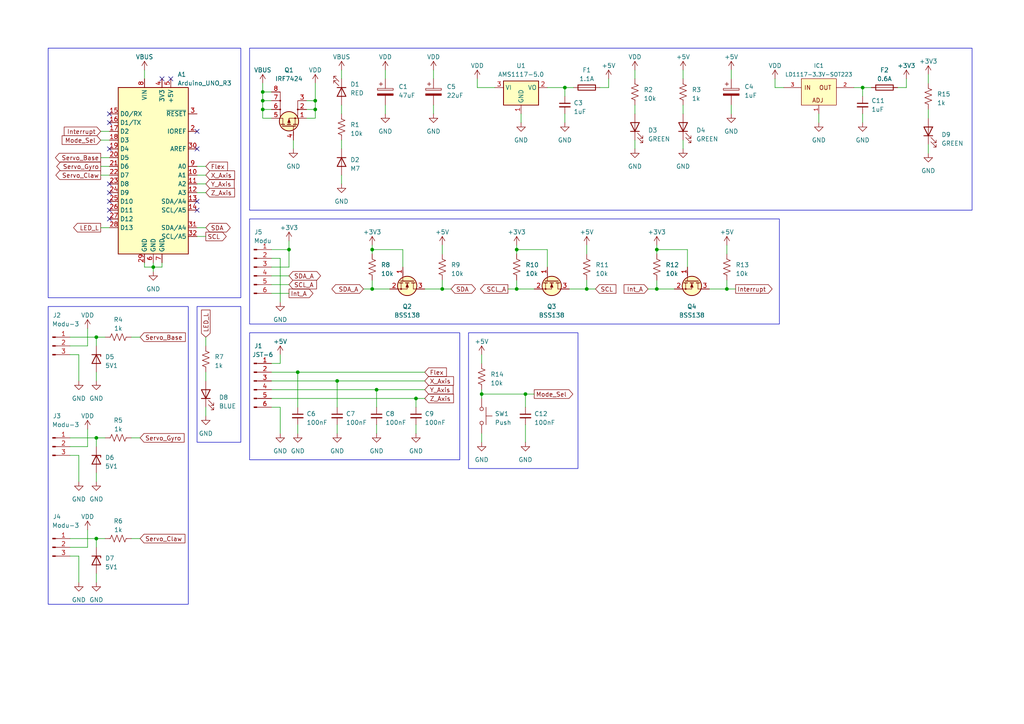
<source format=kicad_sch>
(kicad_sch (version 20230121) (generator eeschema)
  (paper "A4")
  (lib_symbols
    (symbol "Connector:Conn_01x03_Pin" (pin_names (offset 1.016) hide)
      (property "Reference" "J" (at 0 5.08 0))
      (property "Value" "Conn_01x03_Pin" (at 0 -5.08 0))
      (symbol "Conn_01x03_Pin_1_1"
        (polyline (pts (xy 1.27 -2.54) (xy 0.8636 -2.54)) (stroke (width 0.1524)))
        (polyline (pts (xy 1.27 0) (xy 0.8636 0)) (stroke (width 0.1524)))
        (polyline (pts (xy 1.27 2.54) (xy 0.8636 2.54)) (stroke (width 0.1524)))
        (rectangle (start 0.8636 -2.413) (end 0 -2.667) (stroke (width 0.1524)) (fill (type outline)))
        (rectangle (start 0.8636 0.127) (end 0 -0.127) (stroke (width 0.1524)) (fill (type outline)))
        (rectangle (start 0.8636 2.667) (end 0 2.413) (stroke (width 0.1524)) (fill (type outline)))
        (pin passive line (at 5.08 2.54 180) (length 3.81) (name "Pin_1") (number "1"))
        (pin passive line (at 5.08 0 180) (length 3.81) (name "Pin_2") (number "2"))
        (pin passive line (at 5.08 -2.54 180) (length 3.81) (name "Pin_3") (number "3"))
      )
    )
    (symbol "Connector:Conn_01x06_Pin" (pin_names (offset 1.016) hide)
      (property "Reference" "J" (at 0 7.62 0))
      (property "Value" "Conn_01x06_Pin" (at 0 -10.16 0))
      (symbol "Conn_01x06_Pin_1_1"
        (polyline (pts (xy 1.27 -7.62) (xy 0.8636 -7.62)) (stroke (width 0.1524)))
        (polyline (pts (xy 1.27 -5.08) (xy 0.8636 -5.08)) (stroke (width 0.1524)))
        (polyline (pts (xy 1.27 -2.54) (xy 0.8636 -2.54)) (stroke (width 0.1524)))
        (polyline (pts (xy 1.27 0) (xy 0.8636 0)) (stroke (width 0.1524)))
        (polyline (pts (xy 1.27 2.54) (xy 0.8636 2.54)) (stroke (width 0.1524)))
        (polyline (pts (xy 1.27 5.08) (xy 0.8636 5.08)) (stroke (width 0.1524)))
        (rectangle (start 0.8636 -7.493) (end 0 -7.747) (stroke (width 0.1524)) (fill (type outline)))
        (rectangle (start 0.8636 -4.953) (end 0 -5.207) (stroke (width 0.1524)) (fill (type outline)))
        (rectangle (start 0.8636 -2.413) (end 0 -2.667) (stroke (width 0.1524)) (fill (type outline)))
        (rectangle (start 0.8636 0.127) (end 0 -0.127) (stroke (width 0.1524)) (fill (type outline)))
        (rectangle (start 0.8636 2.667) (end 0 2.413) (stroke (width 0.1524)) (fill (type outline)))
        (rectangle (start 0.8636 5.207) (end 0 4.953) (stroke (width 0.1524)) (fill (type outline)))
        (pin passive line (at 5.08 5.08 180) (length 3.81) (name "Pin_1") (number "1"))
        (pin passive line (at 5.08 2.54 180) (length 3.81) (name "Pin_2") (number "2"))
        (pin passive line (at 5.08 0 180) (length 3.81) (name "Pin_3") (number "3"))
        (pin passive line (at 5.08 -2.54 180) (length 3.81) (name "Pin_4") (number "4"))
        (pin passive line (at 5.08 -5.08 180) (length 3.81) (name "Pin_5") (number "5"))
        (pin passive line (at 5.08 -7.62 180) (length 3.81) (name "Pin_6") (number "6"))
      )
    )
    (symbol "Device:C_Polarized" (pin_numbers hide) (pin_names (offset 0.254))
      (property "Reference" "C" (at 0.635 2.54 0))
      (property "Value" "C_Polarized" (at 0.635 -2.54 0))
      (symbol "C_Polarized_0_1"
        (rectangle (start -2.286 0.508) (end 2.286 1.016))
        (polyline (pts (xy -1.778 2.286) (xy -0.762 2.286)))
        (polyline (pts (xy -1.27 2.794) (xy -1.27 1.778)))
        (rectangle (start 2.286 -0.508) (end -2.286 -1.016) (fill (type outline)))
      )
      (symbol "C_Polarized_1_1"
        (pin passive line (at 0 3.81 270) (length 2.794) (name "~") (number "1"))
        (pin passive line (at 0 -3.81 90) (length 2.794) (name "~") (number "2"))
      )
    )
    (symbol "Device:C_Small" (pin_numbers hide) (pin_names (offset 0.254) hide)
      (property "Reference" "C" (at 0.254 1.778 0))
      (property "Value" "C_Small" (at 0.254 -2.032 0))
      (symbol "C_Small_0_1"
        (polyline (pts (xy -1.524 -0.508) (xy 1.524 -0.508)) (stroke (width 0.3302)))
        (polyline (pts (xy -1.524 0.508) (xy 1.524 0.508)) (stroke (width 0.3048)))
      )
      (symbol "C_Small_1_1"
        (pin passive line (at 0 2.54 270) (length 2.032) (name "~") (number "1"))
        (pin passive line (at 0 -2.54 90) (length 2.032) (name "~") (number "2"))
      )
    )
    (symbol "Device:D" (pin_numbers hide) (pin_names (offset 1.016) hide)
      (property "Reference" "D" (at 0 2.54 0))
      (property "Value" "D" (at 0 -2.54 0))
      (symbol "D_0_1"
        (polyline (pts (xy -1.27 1.27) (xy -1.27 -1.27)) (stroke (width 0.254)))
        (polyline (pts (xy 1.27 0) (xy -1.27 0)))
        (polyline (pts (xy 1.27 1.27) (xy 1.27 -1.27) (xy -1.27 0) (xy 1.27 1.27)) (stroke (width 0.254)))
      )
      (symbol "D_1_1"
        (pin passive line (at -3.81 0 0) (length 2.54) (name "K") (number "1"))
        (pin passive line (at 3.81 0 180) (length 2.54) (name "A") (number "2"))
      )
    )
    (symbol "Device:D_Zener" (pin_numbers hide) (pin_names (offset 1.016) hide)
      (property "Reference" "D" (at 0 2.54 0))
      (property "Value" "D_Zener" (at 0 -2.54 0))
      (symbol "D_Zener_0_1"
        (polyline (pts (xy 1.27 0) (xy -1.27 0)))
        (polyline (pts (xy -1.27 -1.27) (xy -1.27 1.27) (xy -0.762 1.27)) (stroke (width 0.254)))
        (polyline (pts (xy 1.27 -1.27) (xy 1.27 1.27) (xy -1.27 0) (xy 1.27 -1.27)) (stroke (width 0.254)))
      )
      (symbol "D_Zener_1_1"
        (pin passive line (at -3.81 0 0) (length 2.54) (name "K") (number "1"))
        (pin passive line (at 3.81 0 180) (length 2.54) (name "A") (number "2"))
      )
    )
    (symbol "Device:Fuse" (pin_numbers hide) (pin_names (offset 0))
      (property "Reference" "F" (at 2.032 0 90))
      (property "Value" "Fuse" (at -1.905 0 90))
      (symbol "Fuse_0_1"
        (rectangle (start -0.762 -2.54) (end 0.762 2.54) (stroke (width 0.254)))
        (polyline (pts (xy 0 2.54) (xy 0 -2.54)))
      )
      (symbol "Fuse_1_1"
        (pin passive line (at 0 3.81 270) (length 1.27) (name "~") (number "1"))
        (pin passive line (at 0 -3.81 90) (length 1.27) (name "~") (number "2"))
      )
    )
    (symbol "Device:LED" (pin_numbers hide) (pin_names (offset 1.016) hide)
      (property "Reference" "D" (at 0 2.54 0))
      (property "Value" "LED" (at 0 -2.54 0))
      (symbol "LED_0_1"
        (polyline (pts (xy -1.27 -1.27) (xy -1.27 1.27)) (stroke (width 0.254)))
        (polyline (pts (xy -1.27 0) (xy 1.27 0)))
        (polyline (pts (xy 1.27 -1.27) (xy 1.27 1.27) (xy -1.27 0) (xy 1.27 -1.27)) (stroke (width 0.254)))
        (polyline (pts (xy -3.048 -0.762) (xy -4.572 -2.286) (xy -3.81 -2.286) (xy -4.572 -2.286) (xy -4.572 -1.524)))
        (polyline (pts (xy -1.778 -0.762) (xy -3.302 -2.286) (xy -2.54 -2.286) (xy -3.302 -2.286) (xy -3.302 -1.524)))
      )
      (symbol "LED_1_1"
        (pin passive line (at -3.81 0 0) (length 2.54) (name "K") (number "1"))
        (pin passive line (at 3.81 0 180) (length 2.54) (name "A") (number "2"))
      )
    )
    (symbol "Device:R_US" (pin_numbers hide) (pin_names (offset 0))
      (property "Reference" "R" (at 2.54 0 90))
      (property "Value" "R_US" (at -2.54 0 90))
      (symbol "R_US_0_1"
        (polyline (pts (xy 0 -2.286) (xy 0 -2.54)))
        (polyline (pts (xy 0 2.286) (xy 0 2.54)))
        (polyline (pts (xy 0 -0.762) (xy 1.016 -1.143) (xy 0 -1.524) (xy -1.016 -1.905) (xy 0 -2.286)))
        (polyline (pts (xy 0 0.762) (xy 1.016 0.381) (xy 0 0) (xy -1.016 -0.381) (xy 0 -0.762)))
        (polyline (pts (xy 0 2.286) (xy 1.016 1.905) (xy 0 1.524) (xy -1.016 1.143) (xy 0 0.762)))
      )
      (symbol "R_US_1_1"
        (pin passive line (at 0 3.81 270) (length 1.27) (name "~") (number "1"))
        (pin passive line (at 0 -3.81 90) (length 1.27) (name "~") (number "2"))
      )
    )
    (symbol "MCU_Module:Arduino_UNO_R3"
      (property "Reference" "A" (at -10.16 23.495 0))
      (property "Value" "Arduino_UNO_R3" (at 5.08 -26.67 0))
      (symbol "Arduino_UNO_R3_0_1"
        (rectangle (start -10.16 22.86) (end 10.16 -25.4) (stroke (width 0.254)) (fill (type background)))
      )
      (symbol "Arduino_UNO_R3_1_1"
        (pin no_connect line (at -10.16 -20.32 0) (length 2.54) hide (name "NC") (number "1"))
        (pin bidirectional line (at 12.7 -2.54 180) (length 2.54) (name "A1") (number "10"))
        (pin bidirectional line (at 12.7 -5.08 180) (length 2.54) (name "A2") (number "11"))
        (pin bidirectional line (at 12.7 -7.62 180) (length 2.54) (name "A3") (number "12"))
        (pin bidirectional line (at 12.7 -10.16 180) (length 2.54) (name "SDA/A4") (number "13"))
        (pin bidirectional line (at 12.7 -12.7 180) (length 2.54) (name "SCL/A5") (number "14"))
        (pin bidirectional line (at -12.7 15.24 0) (length 2.54) (name "D0/RX") (number "15"))
        (pin bidirectional line (at -12.7 12.7 0) (length 2.54) (name "D1/TX") (number "16"))
        (pin bidirectional line (at -12.7 10.16 0) (length 2.54) (name "D2") (number "17"))
        (pin bidirectional line (at -12.7 7.62 0) (length 2.54) (name "D3") (number "18"))
        (pin bidirectional line (at -12.7 5.08 0) (length 2.54) (name "D4") (number "19"))
        (pin output line (at 12.7 10.16 180) (length 2.54) (name "IOREF") (number "2"))
        (pin bidirectional line (at -12.7 2.54 0) (length 2.54) (name "D5") (number "20"))
        (pin bidirectional line (at -12.7 0 0) (length 2.54) (name "D6") (number "21"))
        (pin bidirectional line (at -12.7 -2.54 0) (length 2.54) (name "D7") (number "22"))
        (pin bidirectional line (at -12.7 -5.08 0) (length 2.54) (name "D8") (number "23"))
        (pin bidirectional line (at -12.7 -7.62 0) (length 2.54) (name "D9") (number "24"))
        (pin bidirectional line (at -12.7 -10.16 0) (length 2.54) (name "D10") (number "25"))
        (pin bidirectional line (at -12.7 -12.7 0) (length 2.54) (name "D11") (number "26"))
        (pin bidirectional line (at -12.7 -15.24 0) (length 2.54) (name "D12") (number "27"))
        (pin bidirectional line (at -12.7 -17.78 0) (length 2.54) (name "D13") (number "28"))
        (pin power_in line (at -2.54 -27.94 90) (length 2.54) (name "GND") (number "29"))
        (pin input line (at 12.7 15.24 180) (length 2.54) (name "~{RESET}") (number "3"))
        (pin input line (at 12.7 5.08 180) (length 2.54) (name "AREF") (number "30"))
        (pin bidirectional line (at 12.7 -17.78 180) (length 2.54) (name "SDA/A4") (number "31"))
        (pin bidirectional line (at 12.7 -20.32 180) (length 2.54) (name "SCL/A5") (number "32"))
        (pin power_out line (at 2.54 25.4 270) (length 2.54) (name "3V3") (number "4"))
        (pin power_out line (at 5.08 25.4 270) (length 2.54) (name "+5V") (number "5"))
        (pin power_in line (at 0 -27.94 90) (length 2.54) (name "GND") (number "6"))
        (pin power_in line (at 2.54 -27.94 90) (length 2.54) (name "GND") (number "7"))
        (pin power_in line (at -2.54 25.4 270) (length 2.54) (name "VIN") (number "8"))
        (pin bidirectional line (at 12.7 0 180) (length 2.54) (name "A0") (number "9"))
      )
    )
    (symbol "PCM_4ms_Power-symbol:+5V" (power) (pin_names (offset 0))
      (property "Value" "+5V" (at 0 3.556 0))
      (symbol "+5V_0_1"
        (polyline (pts (xy -0.762 1.27) (xy 0 2.54)))
        (polyline (pts (xy 0 0) (xy 0 2.54)))
        (polyline (pts (xy 0 2.54) (xy 0.762 1.27)))
      )
      (symbol "+5V_1_1"
        (pin power_in line (at 0 0 90) (length 0) hide (name "+5V") (number "1"))
      )
    )
    (symbol "PCM_4ms_Power-symbol:GND" (power) (pin_names (offset 0))
      (property "Value" "GND" (at 0 -3.81 0))
      (symbol "GND_0_1"
        (polyline (pts (xy 0 0) (xy 0 -1.27) (xy 1.27 -1.27) (xy 0 -2.54) (xy -1.27 -1.27) (xy 0 -1.27)))
      )
      (symbol "GND_1_1"
        (pin power_in line (at 0 0 270) (length 0) hide (name "GND") (number "1"))
      )
    )
    (symbol "PCM_4ms_Regulator:LD1117-3.3V-SOT223" (pin_names (offset 1.016) hide)
      (property "Reference" "IC" (at 2.54 -6.35 0))
      (property "Value" "LD1117-3.3V-SOT223" (at -4.445 4.445 0))
      (symbol "LD1117-3.3V-SOT223_1_0"
        (rectangle (start -5.08 3.81) (end 5.08 -3.81) (fill (type background)))
        (text "ADJ" (at -0.2794 -2.4384 0) (effects (font (size 1.2192 1.2192))))
        (text "IN" (at -3.2766 1.2446 0) (effects (font (size 1.2192 1.2192))))
        (text "OUT" (at 1.8796 1.2446 0) (effects (font (size 1.2192 1.2192))))
      )
      (symbol "LD1117-3.3V-SOT223_1_1"
        (pin input line (at 0 -6.35 90) (length 2.54) (name "ADJ") (number "1"))
        (pin passive line (at 10.16 1.27 180) (length 5.08) (name "OUT") (number "2"))
        (pin input line (at -10.16 1.27 0) (length 5.08) (name "IN") (number "3"))
      )
    )
    (symbol "PCM_Transistor_MOSFET_AKL:BSS138" (pin_names hide)
      (property "Reference" "Q" (at 5.08 1.27 0))
      (property "Value" "BSS138" (at 5.08 -1.27 0))
      (symbol "BSS138_0_1"
        (polyline (pts (xy 0.254 -1.27) (xy -2.54 -1.27)))
        (polyline (pts (xy 0.254 1.905) (xy 0.254 -1.905)) (stroke (width 0.254)))
        (polyline (pts (xy 0.762 -1.778) (xy 2.54 -1.778)))
        (polyline (pts (xy 0.762 -1.27) (xy 0.762 -2.286)) (stroke (width 0.254)))
        (polyline (pts (xy 0.762 0.508) (xy 0.762 -0.508)) (stroke (width 0.254)))
        (polyline (pts (xy 0.762 2.286) (xy 0.762 1.27)) (stroke (width 0.254)))
        (polyline (pts (xy 2.54 1.778) (xy 0.762 1.778)))
        (polyline (pts (xy 2.54 2.54) (xy 2.54 1.778)))
        (polyline (pts (xy 2.54 -2.54) (xy 2.54 0) (xy 0.762 0)))
        (polyline (pts (xy 1.016 0) (xy 2.032 0.381) (xy 2.032 -0.381) (xy 1.016 0)) (fill (type outline)))
        (circle (center 1.651 0) (radius 2.794) (stroke (width 0.254)) (fill (type background)))
        (circle (center 2.54 -1.778) (radius 0.1778) (fill (type outline)))
      )
      (symbol "BSS138_1_1"
        (pin input line (at -3.81 -1.27 0) (length 2.54) (name "G") (number "1"))
        (pin passive line (at 2.54 -5.08 90) (length 2.54) (name "S") (number "2"))
        (pin passive line (at 2.54 5.08 270) (length 2.54) (name "D") (number "3"))
      )
    )
    (symbol "PCM_Transistor_MOSFET_AKL:IRF7424" (pin_names hide)
      (property "Reference" "Q" (at 5.08 1.27 0))
      (property "Value" "IRF7424" (at 5.08 -1.27 0))
      (symbol "IRF7424_0_1"
        (polyline (pts (xy 0.254 -1.905) (xy 0.254 1.905)) (stroke (width 0.254)))
        (polyline (pts (xy 0.254 1.27) (xy -2.54 1.27)))
        (polyline (pts (xy 0.762 -2.286) (xy 0.762 -1.27)) (stroke (width 0.254)))
        (polyline (pts (xy 0.762 -1.778) (xy 2.54 -1.778)))
        (polyline (pts (xy 0.762 -0.508) (xy 0.762 0.508)) (stroke (width 0.254)))
        (polyline (pts (xy 0.762 1.27) (xy 0.762 2.286)) (stroke (width 0.254)))
        (polyline (pts (xy 0.762 1.778) (xy 2.54 1.778)))
        (polyline (pts (xy 2.54 -2.54) (xy 2.54 -1.778)))
        (polyline (pts (xy 2.54 2.54) (xy 7.62 2.54)))
        (polyline (pts (xy 7.62 -2.54) (xy 2.54 -2.54)))
        (polyline (pts (xy 7.62 -2.54) (xy 10.16 -2.54)))
        (polyline (pts (xy 2.54 2.54) (xy 2.54 0) (xy 0.762 0)))
        (polyline (pts (xy 2.286 0) (xy 1.27 -0.381) (xy 1.27 0.381) (xy 2.286 0)) (fill (type outline)))
        (circle (center 5.08 -2.54) (radius 0.1778) (fill (type outline)))
        (circle (center 5.08 2.54) (radius 0.1778) (fill (type outline)))
        (circle (center 7.62 -2.54) (radius 0.1778) (fill (type outline)))
      )
      (symbol "IRF7424_1_1"
        (circle (center 1.651 0) (radius 2.794) (stroke (width 0.254)) (fill (type background)))
        (circle (center 2.54 1.778) (radius 0.1778) (fill (type outline)))
        (pin passive line (at 2.54 5.08 270) (length 2.54) (name "S") (number "1"))
        (pin passive line (at 5.08 5.08 270) (length 2.54) (name "S") (number "2"))
        (pin passive line (at 7.62 5.08 270) (length 2.54) (name "S") (number "3"))
        (pin input line (at -3.81 1.27 0) (length 2.54) (name "G") (number "4"))
        (pin passive line (at 2.54 -5.08 90) (length 2.54) (name "D") (number "5"))
        (pin passive line (at 5.08 -5.08 90) (length 2.54) (name "D") (number "6"))
        (pin passive line (at 7.62 -5.08 90) (length 2.54) (name "D") (number "7"))
        (pin passive line (at 10.16 -5.08 90) (length 2.54) (name "D") (number "8"))
      )
    )
    (symbol "Regulator_Linear:AMS1117-5.0"
      (property "Reference" "U" (at -3.81 3.175 0))
      (property "Value" "AMS1117-5.0" (at 0 3.175 0))
      (symbol "AMS1117-5.0_0_1"
        (rectangle (start -5.08 -5.08) (end 5.08 1.905) (stroke (width 0.254)) (fill (type background)))
      )
      (symbol "AMS1117-5.0_1_1"
        (pin power_in line (at 0 -7.62 90) (length 2.54) (name "GND") (number "1"))
        (pin power_out line (at 7.62 0 180) (length 2.54) (name "VO") (number "2"))
        (pin power_in line (at -7.62 0 0) (length 2.54) (name "VI") (number "3"))
      )
    )
    (symbol "Switch:SW_Push" (pin_numbers hide) (pin_names (offset 1.016) hide)
      (property "Reference" "SW" (at 1.27 2.54 0))
      (property "Value" "SW_Push" (at 0 -1.524 0))
      (symbol "SW_Push_0_1"
        (circle (center -2.032 0) (radius 0.508))
        (polyline (pts (xy 0 1.27) (xy 0 3.048)))
        (polyline (pts (xy 2.54 1.27) (xy -2.54 1.27)))
        (circle (center 2.032 0) (radius 0.508))
        (pin passive line (at -5.08 0 0) (length 2.54) (name "1") (number "1"))
        (pin passive line (at 5.08 0 180) (length 2.54) (name "2") (number "2"))
      )
    )
    (symbol "power:+3V3" (power) (pin_names (offset 0))
      (property "Value" "+3V3" (at 0 3.556 0))
      (symbol "+3V3_0_1"
        (polyline (pts (xy -0.762 1.27) (xy 0 2.54)))
        (polyline (pts (xy 0 0) (xy 0 2.54)))
        (polyline (pts (xy 0 2.54) (xy 0.762 1.27)))
      )
      (symbol "+3V3_1_1"
        (pin power_in line (at 0 0 90) (length 0) hide (name "+3V3") (number "1"))
      )
    )
    (symbol "power:GND" (power) (pin_names (offset 0))
      (property "Value" "GND" (at 0 -3.81 0))
      (symbol "GND_0_1"
        (polyline (pts (xy 0 0) (xy 0 -1.27) (xy 1.27 -1.27) (xy 0 -2.54) (xy -1.27 -1.27) (xy 0 -1.27)))
      )
      (symbol "GND_1_1"
        (pin power_in line (at 0 0 270) (length 0) hide (name "GND") (number "1"))
      )
    )
    (symbol "power:VBUS" (power) (pin_names (offset 0))
      (property "Value" "VBUS" (at 0 3.81 0))
      (symbol "VBUS_0_1"
        (polyline (pts (xy -0.762 1.27) (xy 0 2.54)))
        (polyline (pts (xy 0 0) (xy 0 2.54)))
        (polyline (pts (xy 0 2.54) (xy 0.762 1.27)))
      )
      (symbol "VBUS_1_1"
        (pin power_in line (at 0 0 90) (length 0) hide (name "VBUS") (number "1"))
      )
    )
    (symbol "power:VDD" (power) (pin_names (offset 0))
      (property "Value" "VDD" (at 0 3.81 0))
      (symbol "VDD_0_1"
        (polyline (pts (xy -0.762 1.27) (xy 0 2.54)))
        (polyline (pts (xy 0 0) (xy 0 2.54)))
        (polyline (pts (xy 0 2.54) (xy 0.762 1.27)))
      )
      (symbol "VDD_1_1"
        (pin power_in line (at 0 0 90) (length 0) hide (name "VDD") (number "1"))
      )
    )
  )
  (junction (at 76.2 26.67))
  (junction (at 190.5 72.39))
  (junction (at 128.27 83.82))
  (junction (at 109.22 113.03))
  (junction (at 170.18 83.82))
  (junction (at 250.19 25.4))
  (junction (at 86.36 107.95))
  (junction (at 139.7 114.3))
  (junction (at 107.95 72.39))
  (junction (at 210.82 83.82))
  (junction (at 91.44 29.21))
  (junction (at 27.94 127))
  (junction (at 44.45 77.47))
  (junction (at 149.86 72.39))
  (junction (at 83.82 72.39))
  (junction (at 97.79 110.49))
  (junction (at 163.83 25.4))
  (junction (at 120.65 115.57))
  (junction (at 76.2 31.75))
  (junction (at 76.2 29.21))
  (junction (at 152.4 114.3))
  (junction (at 149.86 83.82))
  (junction (at 27.94 156.21))
  (junction (at 190.5 83.82))
  (junction (at 91.44 31.75))
  (junction (at 27.94 97.79))
  (junction (at 107.95 83.82))
  (no_connect (at 31.75 55.88))
  (no_connect (at 31.75 35.56))
  (no_connect (at 49.53 22.86))
  (no_connect (at 31.75 53.34))
  (no_connect (at 31.75 60.96))
  (no_connect (at 31.75 43.18))
  (no_connect (at 31.75 33.02))
  (no_connect (at 57.15 43.18))
  (no_connect (at 31.75 63.5))
  (no_connect (at 57.15 38.1))
  (no_connect (at 57.15 60.96))
  (no_connect (at 46.99 22.86))
  (no_connect (at 57.15 58.42))
  (no_connect (at 31.75 58.42))
  (wire (pts (xy 76.2 31.75) (xy 78.74 31.75)))
  (wire (pts (xy 20.32 102.87) (xy 22.86 102.87)))
  (wire (pts (xy 20.32 100.33) (xy 25.4 100.33)))
  (wire (pts (xy 59.69 118.11) (xy 59.69 120.65)))
  (wire (pts (xy 29.21 40.64) (xy 31.75 40.64)))
  (wire (pts (xy 57.15 55.88) (xy 59.69 55.88)))
  (wire (pts (xy 76.2 29.21) (xy 76.2 31.75)))
  (wire (pts (xy 210.82 71.12) (xy 210.82 73.66)))
  (wire (pts (xy 38.1 127) (xy 40.64 127)))
  (wire (pts (xy 224.79 25.4) (xy 227.33 25.4)))
  (wire (pts (xy 152.4 114.3) (xy 154.94 114.3)))
  (wire (pts (xy 128.27 71.12) (xy 128.27 73.66)))
  (wire (pts (xy 76.2 24.13) (xy 76.2 26.67)))
  (wire (pts (xy 76.2 26.67) (xy 76.2 29.21)))
  (wire (pts (xy 125.73 20.32) (xy 125.73 22.86)))
  (wire (pts (xy 224.79 22.86) (xy 224.79 25.4)))
  (wire (pts (xy 22.86 102.87) (xy 22.86 110.49)))
  (wire (pts (xy 29.21 38.1) (xy 31.75 38.1)))
  (wire (pts (xy 170.18 71.12) (xy 170.18 73.66)))
  (wire (pts (xy 27.94 156.21) (xy 30.48 156.21)))
  (wire (pts (xy 81.28 105.41) (xy 81.28 102.87)))
  (wire (pts (xy 78.74 105.41) (xy 81.28 105.41)))
  (wire (pts (xy 247.65 25.4) (xy 250.19 25.4)))
  (wire (pts (xy 27.94 97.79) (xy 27.94 100.33)))
  (wire (pts (xy 165.1 83.82) (xy 170.18 83.82)))
  (wire (pts (xy 147.32 83.82) (xy 149.86 83.82)))
  (wire (pts (xy 20.32 97.79) (xy 27.94 97.79)))
  (wire (pts (xy 184.15 20.32) (xy 184.15 22.86)))
  (wire (pts (xy 237.49 33.02) (xy 237.49 35.56)))
  (wire (pts (xy 199.39 72.39) (xy 199.39 77.47)))
  (wire (pts (xy 57.15 48.26) (xy 59.69 48.26)))
  (wire (pts (xy 250.19 25.4) (xy 252.73 25.4)))
  (wire (pts (xy 187.96 83.82) (xy 190.5 83.82)))
  (wire (pts (xy 20.32 161.29) (xy 22.86 161.29)))
  (wire (pts (xy 149.86 83.82) (xy 154.94 83.82)))
  (wire (pts (xy 128.27 83.82) (xy 128.27 81.28)))
  (wire (pts (xy 190.5 72.39) (xy 190.5 73.66)))
  (wire (pts (xy 163.83 25.4) (xy 163.83 27.94)))
  (wire (pts (xy 29.21 45.72) (xy 31.75 45.72)))
  (wire (pts (xy 139.7 113.03) (xy 139.7 114.3)))
  (wire (pts (xy 97.79 110.49) (xy 123.19 110.49)))
  (wire (pts (xy 184.15 40.64) (xy 184.15 43.18)))
  (wire (pts (xy 91.44 31.75) (xy 91.44 29.21)))
  (wire (pts (xy 22.86 132.08) (xy 22.86 139.7)))
  (wire (pts (xy 91.44 34.29) (xy 91.44 31.75)))
  (wire (pts (xy 105.41 83.82) (xy 107.95 83.82)))
  (wire (pts (xy 78.74 82.55) (xy 83.82 82.55)))
  (wire (pts (xy 41.91 76.2) (xy 41.91 77.47)))
  (wire (pts (xy 190.5 81.28) (xy 190.5 83.82)))
  (wire (pts (xy 29.21 66.04) (xy 31.75 66.04)))
  (wire (pts (xy 27.94 127) (xy 30.48 127)))
  (wire (pts (xy 269.24 21.59) (xy 269.24 24.13)))
  (wire (pts (xy 83.82 72.39) (xy 83.82 69.85)))
  (wire (pts (xy 78.74 110.49) (xy 97.79 110.49)))
  (wire (pts (xy 128.27 83.82) (xy 130.81 83.82)))
  (wire (pts (xy 78.74 113.03) (xy 109.22 113.03)))
  (wire (pts (xy 97.79 110.49) (xy 97.79 118.11)))
  (wire (pts (xy 86.36 123.19) (xy 86.36 125.73)))
  (wire (pts (xy 46.99 77.47) (xy 46.99 76.2)))
  (wire (pts (xy 210.82 83.82) (xy 213.36 83.82)))
  (wire (pts (xy 116.84 72.39) (xy 116.84 77.47)))
  (wire (pts (xy 120.65 115.57) (xy 120.65 118.11)))
  (wire (pts (xy 107.95 72.39) (xy 116.84 72.39)))
  (wire (pts (xy 184.15 30.48) (xy 184.15 33.02)))
  (wire (pts (xy 210.82 83.82) (xy 210.82 81.28)))
  (wire (pts (xy 158.75 25.4) (xy 163.83 25.4)))
  (wire (pts (xy 163.83 25.4) (xy 166.37 25.4)))
  (wire (pts (xy 120.65 115.57) (xy 123.19 115.57)))
  (wire (pts (xy 57.15 50.8) (xy 59.69 50.8)))
  (wire (pts (xy 20.32 158.75) (xy 25.4 158.75)))
  (wire (pts (xy 149.86 72.39) (xy 149.86 73.66)))
  (wire (pts (xy 81.28 118.11) (xy 81.28 125.73)))
  (wire (pts (xy 163.83 35.56) (xy 163.83 33.02)))
  (wire (pts (xy 57.15 66.04) (xy 59.69 66.04)))
  (wire (pts (xy 170.18 83.82) (xy 170.18 81.28)))
  (wire (pts (xy 76.2 29.21) (xy 78.74 29.21)))
  (wire (pts (xy 27.94 97.79) (xy 30.48 97.79)))
  (wire (pts (xy 99.06 50.8) (xy 99.06 53.34)))
  (wire (pts (xy 107.95 83.82) (xy 113.03 83.82)))
  (wire (pts (xy 76.2 34.29) (xy 78.74 34.29)))
  (wire (pts (xy 158.75 72.39) (xy 158.75 77.47)))
  (wire (pts (xy 44.45 76.2) (xy 44.45 77.47)))
  (wire (pts (xy 269.24 41.91) (xy 269.24 44.45)))
  (wire (pts (xy 139.7 114.3) (xy 139.7 115.57)))
  (wire (pts (xy 139.7 125.73) (xy 139.7 128.27)))
  (wire (pts (xy 138.43 25.4) (xy 143.51 25.4)))
  (wire (pts (xy 111.76 30.48) (xy 111.76 33.02)))
  (wire (pts (xy 120.65 123.19) (xy 120.65 125.73)))
  (wire (pts (xy 109.22 113.03) (xy 109.22 118.11)))
  (wire (pts (xy 212.09 20.32) (xy 212.09 22.86)))
  (wire (pts (xy 91.44 29.21) (xy 91.44 24.13)))
  (wire (pts (xy 27.94 137.16) (xy 27.94 139.7)))
  (wire (pts (xy 149.86 71.12) (xy 149.86 72.39)))
  (wire (pts (xy 25.4 100.33) (xy 25.4 95.25)))
  (wire (pts (xy 78.74 74.93) (xy 81.28 74.93)))
  (wire (pts (xy 78.74 72.39) (xy 83.82 72.39)))
  (wire (pts (xy 198.12 20.32) (xy 198.12 22.86)))
  (wire (pts (xy 44.45 77.47) (xy 44.45 78.74)))
  (wire (pts (xy 20.32 132.08) (xy 22.86 132.08)))
  (wire (pts (xy 88.9 31.75) (xy 91.44 31.75)))
  (wire (pts (xy 139.7 102.87) (xy 139.7 105.41)))
  (wire (pts (xy 78.74 118.11) (xy 81.28 118.11)))
  (wire (pts (xy 107.95 72.39) (xy 107.95 73.66)))
  (wire (pts (xy 38.1 156.21) (xy 40.64 156.21)))
  (wire (pts (xy 149.86 72.39) (xy 158.75 72.39)))
  (wire (pts (xy 78.74 115.57) (xy 120.65 115.57)))
  (wire (pts (xy 198.12 30.48) (xy 198.12 33.02)))
  (wire (pts (xy 57.15 53.34) (xy 59.69 53.34)))
  (wire (pts (xy 109.22 123.19) (xy 109.22 125.73)))
  (wire (pts (xy 20.32 127) (xy 27.94 127)))
  (wire (pts (xy 170.18 83.82) (xy 172.72 83.82)))
  (wire (pts (xy 85.09 40.64) (xy 85.09 43.18)))
  (wire (pts (xy 59.69 107.95) (xy 59.69 110.49)))
  (wire (pts (xy 152.4 114.3) (xy 152.4 118.11)))
  (wire (pts (xy 260.35 25.4) (xy 262.89 25.4)))
  (wire (pts (xy 78.74 85.09) (xy 83.82 85.09)))
  (wire (pts (xy 41.91 20.32) (xy 41.91 22.86)))
  (wire (pts (xy 97.79 123.19) (xy 97.79 125.73)))
  (wire (pts (xy 190.5 83.82) (xy 195.58 83.82)))
  (wire (pts (xy 262.89 25.4) (xy 262.89 22.86)))
  (wire (pts (xy 78.74 107.95) (xy 86.36 107.95)))
  (wire (pts (xy 138.43 22.86) (xy 138.43 25.4)))
  (wire (pts (xy 27.94 156.21) (xy 27.94 158.75)))
  (wire (pts (xy 81.28 74.93) (xy 81.28 87.63)))
  (wire (pts (xy 99.06 30.48) (xy 99.06 33.02)))
  (wire (pts (xy 190.5 71.12) (xy 190.5 72.39)))
  (wire (pts (xy 86.36 107.95) (xy 86.36 118.11)))
  (wire (pts (xy 44.45 77.47) (xy 46.99 77.47)))
  (wire (pts (xy 76.2 31.75) (xy 76.2 34.29)))
  (wire (pts (xy 41.91 77.47) (xy 44.45 77.47)))
  (wire (pts (xy 107.95 81.28) (xy 107.95 83.82)))
  (wire (pts (xy 151.13 33.02) (xy 151.13 35.56)))
  (wire (pts (xy 152.4 123.19) (xy 152.4 128.27)))
  (wire (pts (xy 212.09 30.48) (xy 212.09 33.02)))
  (wire (pts (xy 198.12 40.64) (xy 198.12 43.18)))
  (wire (pts (xy 27.94 107.95) (xy 27.94 110.49)))
  (wire (pts (xy 139.7 114.3) (xy 152.4 114.3)))
  (wire (pts (xy 88.9 34.29) (xy 91.44 34.29)))
  (wire (pts (xy 86.36 107.95) (xy 123.19 107.95)))
  (wire (pts (xy 76.2 26.67) (xy 78.74 26.67)))
  (wire (pts (xy 29.21 50.8) (xy 31.75 50.8)))
  (wire (pts (xy 57.15 68.58) (xy 59.69 68.58)))
  (wire (pts (xy 190.5 72.39) (xy 199.39 72.39)))
  (wire (pts (xy 78.74 77.47) (xy 83.82 77.47)))
  (wire (pts (xy 83.82 77.47) (xy 83.82 72.39)))
  (wire (pts (xy 27.94 127) (xy 27.94 129.54)))
  (wire (pts (xy 59.69 97.79) (xy 59.69 100.33)))
  (wire (pts (xy 27.94 166.37) (xy 27.94 168.91)))
  (wire (pts (xy 107.95 71.12) (xy 107.95 72.39)))
  (wire (pts (xy 99.06 40.64) (xy 99.06 43.18)))
  (wire (pts (xy 149.86 81.28) (xy 149.86 83.82)))
  (wire (pts (xy 205.74 83.82) (xy 210.82 83.82)))
  (wire (pts (xy 125.73 30.48) (xy 125.73 33.02)))
  (wire (pts (xy 38.1 97.79) (xy 40.64 97.79)))
  (wire (pts (xy 109.22 113.03) (xy 123.19 113.03)))
  (wire (pts (xy 111.76 20.32) (xy 111.76 22.86)))
  (wire (pts (xy 123.19 83.82) (xy 128.27 83.82)))
  (wire (pts (xy 176.53 25.4) (xy 176.53 22.86)))
  (wire (pts (xy 173.99 25.4) (xy 176.53 25.4)))
  (wire (pts (xy 250.19 33.02) (xy 250.19 35.56)))
  (wire (pts (xy 22.86 161.29) (xy 22.86 168.91)))
  (wire (pts (xy 250.19 25.4) (xy 250.19 27.94)))
  (wire (pts (xy 20.32 156.21) (xy 27.94 156.21)))
  (wire (pts (xy 78.74 80.01) (xy 83.82 80.01)))
  (wire (pts (xy 99.06 20.32) (xy 99.06 22.86)))
  (wire (pts (xy 88.9 29.21) (xy 91.44 29.21)))
  (wire (pts (xy 29.21 48.26) (xy 31.75 48.26)))
  (wire (pts (xy 25.4 129.54) (xy 25.4 124.46)))
  (wire (pts (xy 269.24 31.75) (xy 269.24 34.29)))
  (wire (pts (xy 25.4 158.75) (xy 25.4 153.67)))
  (wire (pts (xy 20.32 129.54) (xy 25.4 129.54)))
  (rectangle (start 135.89 96.52) (end 167.64 135.89))
  (rectangle (start 13.97 88.9) (end 54.61 175.26))
  (rectangle (start 72.39 96.52) (end 133.35 133.35))
  (rectangle (start 57.15 88.9) (end 69.85 128.27))
  (rectangle (start 72.39 13.97) (end 281.94 60.96))
  (rectangle (start 72.39 63.5) (end 226.06 93.98))
  (rectangle (start 13.97 13.97) (end 69.85 86.36))
  (global_label "X_Axis" (shape input) (at 123.19 110.49 0) (property "Intersheetrefs" "${INTERSHEET_REFS}" (effects hide)))
  (global_label "Interrupt" (shape output) (at 213.36 83.82 0) (property "Intersheetrefs" "${INTERSHEET_REFS}" (effects hide)))
  (global_label "Mode_Sel" (shape output) (at 154.94 114.3 0) (property "Intersheetrefs" "${INTERSHEET_REFS}" (effects hide)))
  (global_label "SCL" (shape output) (at 59.69 68.58 0) (property "Intersheetrefs" "${INTERSHEET_REFS}" (effects hide)))
  (global_label "X_Axis" (shape input) (at 59.69 50.8 0) (property "Intersheetrefs" "${INTERSHEET_REFS}" (effects hide)))
  (global_label "LED_L" (shape output) (at 29.21 66.04 180) (property "Intersheetrefs" "${INTERSHEET_REFS}" (effects hide)))
  (global_label "Flex" (shape input) (at 59.69 48.26 0) (property "Intersheetrefs" "${INTERSHEET_REFS}" (effects hide)))
  (global_label "SDA_A" (shape bidirectional) (at 105.41 83.82 180) (property "Intersheetrefs" "${INTERSHEET_REFS}" (effects hide)))
  (global_label "LED_L" (shape input) (at 59.69 97.79 90) (property "Intersheetrefs" "${INTERSHEET_REFS}" (effects hide)))
  (global_label "Servo_Claw" (shape output) (at 29.21 50.8 180) (property "Intersheetrefs" "${INTERSHEET_REFS}" (effects hide)))
  (global_label "Z_Axis" (shape input) (at 59.69 55.88 0) (property "Intersheetrefs" "${INTERSHEET_REFS}" (effects hide)))
  (global_label "SDA" (shape bidirectional) (at 130.81 83.82 0) (property "Intersheetrefs" "${INTERSHEET_REFS}" (effects hide)))
  (global_label "SCL_A" (shape input) (at 83.82 82.55 0) (property "Intersheetrefs" "${INTERSHEET_REFS}" (effects hide)))
  (global_label "SDA_A" (shape bidirectional) (at 83.82 80.01 0) (property "Intersheetrefs" "${INTERSHEET_REFS}" (effects hide)))
  (global_label "SCL_A" (shape output) (at 147.32 83.82 180) (property "Intersheetrefs" "${INTERSHEET_REFS}" (effects hide)))
  (global_label "Servo_Gyro" (shape input) (at 40.64 127 0) (property "Intersheetrefs" "${INTERSHEET_REFS}" (effects hide)))
  (global_label "Z_Axis" (shape input) (at 123.19 115.57 0) (property "Intersheetrefs" "${INTERSHEET_REFS}" (effects hide)))
  (global_label "Flex" (shape input) (at 123.19 107.95 0) (property "Intersheetrefs" "${INTERSHEET_REFS}" (effects hide)))
  (global_label "Servo_Base" (shape output) (at 29.21 45.72 180) (property "Intersheetrefs" "${INTERSHEET_REFS}" (effects hide)))
  (global_label "Servo_Base" (shape input) (at 40.64 97.79 0) (property "Intersheetrefs" "${INTERSHEET_REFS}" (effects hide)))
  (global_label "Y_Axis" (shape input) (at 59.69 53.34 0) (property "Intersheetrefs" "${INTERSHEET_REFS}" (effects hide)))
  (global_label "Y_Axis" (shape input) (at 123.19 113.03 0) (property "Intersheetrefs" "${INTERSHEET_REFS}" (effects hide)))
  (global_label "Int_A" (shape output) (at 83.82 85.09 0) (property "Intersheetrefs" "${INTERSHEET_REFS}" (effects hide)))
  (global_label "Interrupt" (shape input) (at 29.21 38.1 180) (property "Intersheetrefs" "${INTERSHEET_REFS}" (effects hide)))
  (global_label "SDA" (shape bidirectional) (at 59.69 66.04 0) (property "Intersheetrefs" "${INTERSHEET_REFS}" (effects hide)))
  (global_label "Servo_Gyro" (shape output) (at 29.21 48.26 180) (property "Intersheetrefs" "${INTERSHEET_REFS}" (effects hide)))
  (global_label "SCL" (shape input) (at 172.72 83.82 0) (property "Intersheetrefs" "${INTERSHEET_REFS}" (effects hide)))
  (global_label "Mode_Sel" (shape input) (at 29.21 40.64 180) (property "Intersheetrefs" "${INTERSHEET_REFS}" (effects hide)))
  (global_label "Servo_Claw" (shape input) (at 40.64 156.21 0) (property "Intersheetrefs" "${INTERSHEET_REFS}" (effects hide)))
  (global_label "Int_A" (shape input) (at 187.96 83.82 180) (property "Intersheetrefs" "${INTERSHEET_REFS}" (effects hide)))
  (symbol (lib_id "Device:R_US") (at 128.27 77.47 0) (unit 1)
    (property "Reference" "R9" (at 130.81 76.835 0) (effects (justify left)))
    (property "Value" "10k" (at 130.81 79.375 0) (effects (justify left)))
    (property "Footprint" "Resistor_SMD:R_0805_2012Metric" (effects hide))
  )
  (symbol (lib_id "Device:D") (at 99.06 46.99 270) (unit 1)
    (property "Reference" "D2" (at 101.6 46.355 90) (effects (justify left)))
    (property "Value" "M7" (at 101.6 48.895 90) (effects (justify left)))
    (property "Footprint" "Diode_SMD:D_SMA" (effects hide))
    (property "Sim.Device" "D" (effects hide))
    (property "Sim.Pins" "1=K 2=A" (effects hide))
  )
  (symbol (lib_id "PCM_4ms_Power-symbol:+5V") (at 212.09 20.32 0) (unit 1)
    (property "Reference" "#PWR030" (effects hide))
    (property "Value" "+5V" (at 212.09 16.51 0))
  )
  (symbol (lib_id "power:GND") (at 22.86 110.49 0) (unit 1)
    (property "Reference" "#PWR020" (effects hide))
    (property "Value" "GND" (at 22.86 115.57 0))
  )
  (symbol (lib_id "PCM_4ms_Power-symbol:+5V") (at 176.53 22.86 0) (unit 1)
    (property "Reference" "#PWR011" (effects hide))
    (property "Value" "+5V" (at 176.53 19.05 0))
  )
  (symbol (lib_id "power:VDD") (at 25.4 153.67 0) (unit 1)
    (property "Reference" "#PWR028" (effects hide))
    (property "Value" "VDD" (at 25.4 149.86 0))
  )
  (symbol (lib_id "power:VBUS") (at 41.91 20.32 0) (unit 1)
    (property "Reference" "#PWR02" (effects hide))
    (property "Value" "VBUS" (at 41.91 16.51 0))
  )
  (symbol (lib_id "Device:Fuse") (at 170.18 25.4 90) (unit 1)
    (property "Reference" "F1" (at 170.18 20.32 90))
    (property "Value" "1.1A" (at 170.18 22.86 90))
    (property "Footprint" "Fuse:Fuse_1812_4532Metric" (effects hide))
  )
  (symbol (lib_id "power:GND") (at 120.65 125.73 0) (unit 1)
    (property "Reference" "#PWR035" (effects hide))
    (property "Value" "GND" (at 120.65 130.81 0))
  )
  (symbol (lib_id "power:GND") (at 86.36 125.73 0) (unit 1)
    (property "Reference" "#PWR032" (effects hide))
    (property "Value" "GND" (at 86.36 130.81 0))
  )
  (symbol (lib_id "power:VBUS") (at 99.06 20.32 0) (unit 1)
    (property "Reference" "#PWR07" (effects hide))
    (property "Value" "VBUS" (at 99.06 16.51 0))
  )
  (symbol (lib_id "power:VDD") (at 25.4 95.25 0) (unit 1)
    (property "Reference" "#PWR019" (effects hide))
    (property "Value" "VDD" (at 25.4 91.44 0))
  )
  (symbol (lib_id "Connector:Conn_01x06_Pin") (at 73.66 110.49 0) (unit 1)
    (property "Reference" "J1" (at 74.93 100.33 0))
    (property "Value" "JST-6" (at 76.2 102.87 0))
    (property "Footprint" "Connector_JST:JST_PH_B6B-PH-K_1x06_P2.00mm_Vertical" (effects hide))
  )
  (symbol (lib_id "Device:C_Small") (at 250.19 30.48 0) (unit 1)
    (property "Reference" "C11" (at 252.73 29.21 0) (effects (justify left)))
    (property "Value" "1uF" (at 252.73 31.75 0) (effects (justify left)))
    (property "Footprint" "Capacitor_SMD:C_0805_2012Metric" (effects hide))
  )
  (symbol (lib_id "Switch:SW_Push") (at 139.7 120.65 270) (unit 1)
    (property "Reference" "SW1" (at 143.51 120.015 90) (effects (justify left)))
    (property "Value" "Push" (at 143.51 122.555 90) (effects (justify left)))
    (property "Footprint" "Button_Switch_SMD:SW_SPST_SKQG_WithStem" (effects hide))
  )
  (symbol (lib_id "Device:D_Zener") (at 27.94 104.14 270) (unit 1)
    (property "Reference" "D5" (at 30.48 103.505 90) (effects (justify left)))
    (property "Value" "5V1" (at 30.48 106.045 90) (effects (justify left)))
    (property "Footprint" "Diode_SMD:D_MiniMELF" (effects hide))
  )
  (symbol (lib_id "Device:LED") (at 198.12 36.83 90) (unit 1)
    (property "Reference" "D4" (at 201.93 37.7825 90) (effects (justify right)))
    (property "Value" "GREEN" (at 201.93 40.3225 90) (effects (justify right)))
    (property "Footprint" "LED_SMD:LED_0805_2012Metric" (effects hide))
  )
  (symbol (lib_id "power:GND") (at 198.12 43.18 0) (unit 1)
    (property "Reference" "#PWR016" (effects hide))
    (property "Value" "GND" (at 198.12 48.26 0))
  )
  (symbol (lib_id "PCM_4ms_Power-symbol:GND") (at 81.28 87.63 0) (unit 1)
    (property "Reference" "#PWR044" (effects hide))
    (property "Value" "GND" (at 81.28 92.71 0))
  )
  (symbol (lib_id "PCM_Transistor_MOSFET_AKL:IRF7424") (at 83.82 36.83 270) (mirror x) (unit 1)
    (property "Reference" "Q1" (at 83.82 20.32 90))
    (property "Value" "IRF7424" (at 83.82 22.86 90))
    (property "Footprint" "Package_SO:SO-8_3.9x4.9mm_P1.27mm" (effects hide))
    (property "Datasheet" "https://www.tme.eu/Document/130a58703556c253b542f1e7a1b0144e/irf7424pbf.pdf" (effects hide))
  )
  (symbol (lib_id "Device:R_US") (at 139.7 109.22 0) (unit 1)
    (property "Reference" "R14" (at 142.24 108.585 0) (effects (justify left)))
    (property "Value" "10k" (at 142.24 111.125 0) (effects (justify left)))
    (property "Footprint" "Resistor_SMD:R_0805_2012Metric" (effects hide))
  )
  (symbol (lib_id "power:VDD") (at 125.73 20.32 0) (unit 1)
    (property "Reference" "#PWR025" (effects hide))
    (property "Value" "VDD" (at 125.73 16.51 0))
  )
  (symbol (lib_id "Device:D_Zener") (at 27.94 162.56 270) (unit 1)
    (property "Reference" "D7" (at 30.48 161.925 90) (effects (justify left)))
    (property "Value" "5V1" (at 30.48 164.465 90) (effects (justify left)))
    (property "Footprint" "Diode_SMD:D_MiniMELF" (effects hide))
  )
  (symbol (lib_id "power:VDD") (at 25.4 124.46 0) (unit 1)
    (property "Reference" "#PWR022" (effects hide))
    (property "Value" "VDD" (at 25.4 120.65 0))
  )
  (symbol (lib_id "power:GND") (at 152.4 128.27 0) (unit 1)
    (property "Reference" "#PWR054" (effects hide))
    (property "Value" "GND" (at 152.4 133.35 0))
  )
  (symbol (lib_id "power:GND") (at 269.24 44.45 0) (unit 1)
    (property "Reference" "#PWR041" (effects hide))
    (property "Value" "GND" (at 269.24 49.53 0))
  )
  (symbol (lib_id "Device:LED") (at 269.24 38.1 90) (unit 1)
    (property "Reference" "D9" (at 273.05 39.0525 90) (effects (justify right)))
    (property "Value" "GREEN" (at 273.05 41.5925 90) (effects (justify right)))
    (property "Footprint" "LED_SMD:LED_0805_2012Metric" (effects hide))
  )
  (symbol (lib_id "Device:R_US") (at 59.69 104.14 0) (unit 1)
    (property "Reference" "R7" (at 62.23 103.505 0) (effects (justify left)))
    (property "Value" "1k" (at 62.23 106.045 0) (effects (justify left)))
    (property "Footprint" "Resistor_SMD:R_0805_2012Metric" (effects hide))
  )
  (symbol (lib_id "Connector:Conn_01x03_Pin") (at 15.24 100.33 0) (unit 1)
    (property "Reference" "J2" (at 16.51 91.44 0))
    (property "Value" "Modu-3" (at 19.05 93.98 0))
    (property "Footprint" "Connector_PinHeader_2.54mm:PinHeader_1x03_P2.54mm_Vertical" (effects hide))
  )
  (symbol (lib_id "PCM_4ms_Power-symbol:+5V") (at 198.12 20.32 0) (unit 1)
    (property "Reference" "#PWR015" (effects hide))
    (property "Value" "+5V" (at 198.12 16.51 0))
  )
  (symbol (lib_id "Connector:Conn_01x06_Pin") (at 73.66 77.47 0) (unit 1)
    (property "Reference" "J5" (at 74.93 67.31 0))
    (property "Value" "Modu" (at 76.2 69.85 0))
    (property "Footprint" "Connector_PinSocket_2.54mm:PinSocket_1x06_P2.54mm_Vertical" (effects hide))
  )
  (symbol (lib_id "Device:LED") (at 184.15 36.83 90) (unit 1)
    (property "Reference" "D3" (at 187.96 37.7825 90) (effects (justify right)))
    (property "Value" "GREEN" (at 187.96 40.3225 90) (effects (justify right)))
    (property "Footprint" "LED_SMD:LED_0805_2012Metric" (effects hide))
  )
  (symbol (lib_id "power:GND") (at 237.49 35.56 0) (unit 1)
    (property "Reference" "#PWR042" (effects hide))
    (property "Value" "GND" (at 237.49 40.64 0))
  )
  (symbol (lib_id "PCM_4ms_Power-symbol:+5V") (at 170.18 71.12 0) (unit 1)
    (property "Reference" "#PWR049" (effects hide))
    (property "Value" "+5V" (at 170.18 67.31 0))
  )
  (symbol (lib_id "power:GND") (at 22.86 139.7 0) (unit 1)
    (property "Reference" "#PWR021" (effects hide))
    (property "Value" "GND" (at 22.86 144.78 0))
  )
  (symbol (lib_id "PCM_Transistor_MOSFET_AKL:BSS138") (at 160.02 81.28 270) (unit 1)
    (property "Reference" "Q3" (at 160.02 88.9 90))
    (property "Value" "BSS138" (at 160.02 91.44 90))
    (property "Footprint" "Package_TO_SOT_SMD:SOT-23" (effects hide))
    (property "Datasheet" "https://www.tme.eu/Document/2b32cdd3c66afedbcd628e73d93ae817/BSS138-7-F.pdf" (effects hide))
  )
  (symbol (lib_id "power:+3V3") (at 149.86 71.12 0) (unit 1)
    (property "Reference" "#PWR048" (effects hide))
    (property "Value" "+3V3" (at 149.86 67.31 0))
  )
  (symbol (lib_id "power:VDD") (at 184.15 20.32 0) (unit 1)
    (property "Reference" "#PWR013" (effects hide))
    (property "Value" "VDD" (at 184.15 16.51 0))
  )
  (symbol (lib_id "PCM_4ms_Power-symbol:+5V") (at 81.28 102.87 0) (unit 1)
    (property "Reference" "#PWR017" (effects hide))
    (property "Value" "+5V" (at 81.28 99.06 0))
  )
  (symbol (lib_id "power:GND") (at 59.69 120.65 0) (unit 1)
    (property "Reference" "#PWR038" (effects hide))
    (property "Value" "GND" (at 59.69 125.73 0))
  )
  (symbol (lib_id "power:VDD") (at 111.76 20.32 0) (unit 1)
    (property "Reference" "#PWR08" (effects hide))
    (property "Value" "VDD" (at 111.76 16.51 0))
  )
  (symbol (lib_id "power:GND") (at 81.28 125.73 0) (unit 1)
    (property "Reference" "#PWR018" (effects hide))
    (property "Value" "GND" (at 81.28 130.81 0))
  )
  (symbol (lib_id "power:GND") (at 27.94 168.91 0) (unit 1)
    (property "Reference" "#PWR029" (effects hide))
    (property "Value" "GND" (at 27.94 173.99 0))
  )
  (symbol (lib_id "Device:C_Small") (at 109.22 120.65 0) (unit 1)
    (property "Reference" "C8" (at 111.76 120.0213 0) (effects (justify left)))
    (property "Value" "100nF" (at 111.76 122.5613 0) (effects (justify left)))
    (property "Footprint" "Capacitor_SMD:C_0805_2012Metric" (effects hide))
  )
  (symbol (lib_id "Device:C_Small") (at 120.65 120.65 0) (unit 1)
    (property "Reference" "C9" (at 123.19 120.0213 0) (effects (justify left)))
    (property "Value" "100nF" (at 123.19 122.5613 0) (effects (justify left)))
    (property "Footprint" "Capacitor_SMD:C_0805_2012Metric" (effects hide))
  )
  (symbol (lib_id "power:GND") (at 163.83 35.56 0) (unit 1)
    (property "Reference" "#PWR036" (effects hide))
    (property "Value" "GND" (at 163.83 40.64 0))
  )
  (symbol (lib_id "PCM_4ms_Power-symbol:+5V") (at 139.7 102.87 0) (unit 1)
    (property "Reference" "#PWR052" (effects hide))
    (property "Value" "+5V" (at 139.7 99.06 0))
  )
  (symbol (lib_id "Device:R_US") (at 170.18 77.47 0) (unit 1)
    (property "Reference" "R11" (at 172.72 76.835 0) (effects (justify left)))
    (property "Value" "10k" (at 172.72 79.375 0) (effects (justify left)))
    (property "Footprint" "Resistor_SMD:R_0805_2012Metric" (effects hide))
  )
  (symbol (lib_id "power:GND") (at 27.94 139.7 0) (unit 1)
    (property "Reference" "#PWR023" (effects hide))
    (property "Value" "GND" (at 27.94 144.78 0))
  )
  (symbol (lib_id "MCU_Module:Arduino_UNO_R3") (at 44.45 48.26 0) (unit 1)
    (property "Reference" "A1" (at 51.4859 21.59 0) (effects (justify left)))
    (property "Value" "Arduino_UNO_R3" (at 51.4859 24.13 0) (effects (justify left)))
    (property "Footprint" "Module:Arduino_UNO_R3_WithMountingHoles" (effects hide))
    (property "Datasheet" "https://www.arduino.cc/en/Main/arduinoBoardUno" (effects hide))
  )
  (symbol (lib_id "power:GND") (at 250.19 35.56 0) (unit 1)
    (property "Reference" "#PWR043" (effects hide))
    (property "Value" "GND" (at 250.19 40.64 0))
  )
  (symbol (lib_id "power:GND") (at 125.73 33.02 0) (unit 1)
    (property "Reference" "#PWR026" (effects hide))
    (property "Value" "GND" (at 125.73 38.1 0))
  )
  (symbol (lib_id "Device:R_US") (at 149.86 77.47 0) (unit 1)
    (property "Reference" "R10" (at 152.4 76.835 0) (effects (justify left)))
    (property "Value" "10k" (at 152.4 79.375 0) (effects (justify left)))
    (property "Footprint" "Resistor_SMD:R_0805_2012Metric" (effects hide))
  )
  (symbol (lib_id "Device:R_US") (at 34.29 156.21 90) (unit 1)
    (property "Reference" "R6" (at 34.29 151.13 90))
    (property "Value" "1k" (at 34.29 153.67 90))
    (property "Footprint" "Resistor_SMD:R_0805_2012Metric" (effects hide))
  )
  (symbol (lib_id "PCM_4ms_Power-symbol:+5V") (at 128.27 71.12 0) (unit 1)
    (property "Reference" "#PWR047" (effects hide))
    (property "Value" "+5V" (at 128.27 67.31 0))
  )
  (symbol (lib_id "power:+3V3") (at 262.89 22.86 0) (unit 1)
    (property "Reference" "#PWR040" (effects hide))
    (property "Value" "+3V3" (at 262.89 19.05 0))
  )
  (symbol (lib_id "Device:D_Zener") (at 27.94 133.35 270) (unit 1)
    (property "Reference" "D6" (at 30.48 132.715 90) (effects (justify left)))
    (property "Value" "5V1" (at 30.48 135.255 90) (effects (justify left)))
    (property "Footprint" "Diode_SMD:D_MiniMELF" (effects hide))
  )
  (symbol (lib_id "power:VDD") (at 91.44 24.13 0) (unit 1)
    (property "Reference" "#PWR04" (effects hide))
    (property "Value" "VDD" (at 91.44 20.32 0))
  )
  (symbol (lib_id "Device:C_Small") (at 163.83 30.48 0) (unit 1)
    (property "Reference" "C3" (at 166.37 29.8513 0) (effects (justify left)))
    (property "Value" "1uF" (at 166.37 32.3913 0) (effects (justify left)))
    (property "Footprint" "Capacitor_SMD:C_0805_2012Metric" (effects hide))
  )
  (symbol (lib_id "power:GND") (at 44.45 78.74 0) (unit 1)
    (property "Reference" "#PWR01" (effects hide))
    (property "Value" "GND" (at 44.45 83.82 0))
  )
  (symbol (lib_id "Connector:Conn_01x03_Pin") (at 15.24 129.54 0) (unit 1)
    (property "Reference" "J3" (at 16.51 120.65 0))
    (property "Value" "Modu-3" (at 19.05 123.19 0))
    (property "Footprint" "Connector_PinHeader_2.54mm:PinHeader_1x03_P2.54mm_Vertical" (effects hide))
  )
  (symbol (lib_id "power:GND") (at 109.22 125.73 0) (unit 1)
    (property "Reference" "#PWR034" (effects hide))
    (property "Value" "GND" (at 109.22 130.81 0))
  )
  (symbol (lib_id "power:GND") (at 99.06 53.34 0) (unit 1)
    (property "Reference" "#PWR06" (effects hide))
    (property "Value" "GND" (at 99.06 58.42 0))
  )
  (symbol (lib_id "PCM_Transistor_MOSFET_AKL:BSS138") (at 118.11 81.28 270) (unit 1)
    (property "Reference" "Q2" (at 118.11 88.9 90))
    (property "Value" "BSS138" (at 118.11 91.44 90))
    (property "Footprint" "Package_TO_SOT_SMD:SOT-23" (effects hide))
    (property "Datasheet" "https://www.tme.eu/Document/2b32cdd3c66afedbcd628e73d93ae817/BSS138-7-F.pdf" (effects hide))
  )
  (symbol (lib_id "Device:C_Small") (at 97.79 120.65 0) (unit 1)
    (property "Reference" "C7" (at 100.33 120.0213 0) (effects (justify left)))
    (property "Value" "100nF" (at 100.33 122.5613 0) (effects (justify left)))
    (property "Footprint" "Capacitor_SMD:C_0805_2012Metric" (effects hide))
  )
  (symbol (lib_id "power:GND") (at 97.79 125.73 0) (unit 1)
    (property "Reference" "#PWR033" (effects hide))
    (property "Value" "GND" (at 97.79 130.81 0))
  )
  (symbol (lib_id "Device:R_US") (at 34.29 97.79 90) (unit 1)
    (property "Reference" "R4" (at 34.29 92.71 90))
    (property "Value" "1k" (at 34.29 95.25 90))
    (property "Footprint" "Resistor_SMD:R_0805_2012Metric" (effects hide))
  )
  (symbol (lib_id "Device:R_US") (at 99.06 36.83 0) (unit 1)
    (property "Reference" "R1" (at 101.6 36.195 0) (effects (justify left)))
    (property "Value" "10k" (at 101.6 38.735 0) (effects (justify left)))
    (property "Footprint" "Resistor_SMD:R_0805_2012Metric" (effects hide))
  )
  (symbol (lib_id "power:VDD") (at 138.43 22.86 0) (unit 1)
    (property "Reference" "#PWR010" (effects hide))
    (property "Value" "VDD" (at 138.43 19.05 0))
  )
  (symbol (lib_id "Device:R_US") (at 184.15 26.67 0) (unit 1)
    (property "Reference" "R2" (at 186.69 26.035 0) (effects (justify left)))
    (property "Value" "10k" (at 186.69 28.575 0) (effects (justify left)))
    (property "Footprint" "Resistor_SMD:R_0805_2012Metric" (effects hide))
  )
  (symbol (lib_id "Device:LED") (at 99.06 26.67 270) (unit 1)
    (property "Reference" "D1" (at 101.6 24.4475 90) (effects (justify left)))
    (property "Value" "RED" (at 101.6 26.9875 90) (effects (justify left)))
    (property "Footprint" "LED_SMD:LED_0805_2012Metric" (effects hide))
  )
  (symbol (lib_id "power:GND") (at 22.86 168.91 0) (unit 1)
    (property "Reference" "#PWR024" (effects hide))
    (property "Value" "GND" (at 22.86 173.99 0))
  )
  (symbol (lib_id "Device:R_US") (at 34.29 127 90) (unit 1)
    (property "Reference" "R5" (at 34.29 121.92 90))
    (property "Value" "1k" (at 34.29 124.46 90))
    (property "Footprint" "Resistor_SMD:R_0805_2012Metric" (effects hide))
  )
  (symbol (lib_id "Device:R_US") (at 198.12 26.67 0) (unit 1)
    (property "Reference" "R3" (at 200.66 26.035 0) (effects (justify left)))
    (property "Value" "1k" (at 200.66 28.575 0) (effects (justify left)))
    (property "Footprint" "Resistor_SMD:R_0805_2012Metric" (effects hide))
  )
  (symbol (lib_id "power:GND") (at 184.15 43.18 0) (unit 1)
    (property "Reference" "#PWR014" (effects hide))
    (property "Value" "GND" (at 184.15 48.26 0))
  )
  (symbol (lib_id "power:+3V3") (at 83.82 69.85 0) (unit 1)
    (property "Reference" "#PWR045" (effects hide))
    (property "Value" "+3V3" (at 83.82 66.04 0))
  )
  (symbol (lib_id "Device:C_Small") (at 86.36 120.65 0) (unit 1)
    (property "Reference" "C6" (at 88.9 120.0213 0) (effects (justify left)))
    (property "Value" "100nF" (at 88.9 122.5613 0) (effects (justify left)))
    (property "Footprint" "Capacitor_SMD:C_0805_2012Metric" (effects hide))
  )
  (symbol (lib_id "PCM_4ms_Regulator:LD1117-3.3V-SOT223") (at 237.49 26.67 0) (unit 1)
    (property "Reference" "IC1" (at 237.49 19.05 0) (effects (font (size 1.143 1.143))))
    (property "Value" "LD1117-3.3V-SOT223" (at 237.49 21.59 0) (effects (font (size 1.143 1.143))))
    (property "Footprint" "Package_TO_SOT_SMD:SOT-223-3_TabPin2" (effects hide))
    (property "Datasheet" "https://www.mouser.com/datasheet/2/389/cd00000544-1795431.pdf" (effects hide))
    (property "Manufacturer" "STMicroelectronics" (effects hide))
    (property "Part Number" "LD1117S33CTR" (effects hide))
  )
  (symbol (lib_id "Connector:Conn_01x03_Pin") (at 15.24 158.75 0) (unit 1)
    (property "Reference" "J4" (at 16.51 149.86 0))
    (property "Value" "Modu-3" (at 19.05 152.4 0))
    (property "Footprint" "Connector_PinHeader_2.54mm:PinHeader_1x03_P2.54mm_Vertical" (effects hide))
  )
  (symbol (lib_id "Device:C_Polarized") (at 111.76 26.67 0) (unit 1)
    (property "Reference" "C1" (at 115.57 25.146 0) (effects (justify left)))
    (property "Value" "47uF" (at 115.57 27.686 0) (effects (justify left)))
    (property "Footprint" "Capacitor_SMD:CP_Elec_6.3x4.9" (effects hide))
  )
  (symbol (lib_id "Device:R_US") (at 107.95 77.47 0) (unit 1)
    (property "Reference" "R8" (at 110.49 76.835 0) (effects (justify left)))
    (property "Value" "10k" (at 110.49 79.375 0) (effects (justify left)))
    (property "Footprint" "Resistor_SMD:R_0805_2012Metric" (effects hide))
  )
  (symbol (lib_id "Device:C_Polarized") (at 212.09 26.67 0) (unit 1)
    (property "Reference" "C4" (at 215.9 25.146 0) (effects (justify left)))
    (property "Value" "1uF" (at 215.9 27.686 0) (effects (justify left)))
    (property "Footprint" "Capacitor_Tantalum_SMD:CP_EIA-3528-21_Kemet-B" (effects hide))
  )
  (symbol (lib_id "Device:C_Polarized") (at 125.73 26.67 0) (unit 1)
    (property "Reference" "C5" (at 129.54 25.146 0) (effects (justify left)))
    (property "Value" "22uF" (at 129.54 27.686 0) (effects (justify left)))
    (property "Footprint" "Capacitor_Tantalum_SMD:CP_EIA-7343-31_Kemet-D" (effects hide))
  )
  (symbol (lib_id "PCM_4ms_Power-symbol:+5V") (at 210.82 71.12 0) (unit 1)
    (property "Reference" "#PWR051" (effects hide))
    (property "Value" "+5V" (at 210.82 67.31 0))
  )
  (symbol (lib_id "power:GND") (at 27.94 110.49 0) (unit 1)
    (property "Reference" "#PWR027" (effects hide))
    (property "Value" "GND" (at 27.94 115.57 0))
  )
  (symbol (lib_id "power:GND") (at 212.09 33.02 0) (unit 1)
    (property "Reference" "#PWR031" (effects hide))
    (property "Value" "GND" (at 212.09 38.1 0))
  )
  (symbol (lib_id "PCM_Transistor_MOSFET_AKL:BSS138") (at 200.66 81.28 270) (unit 1)
    (property "Reference" "Q4" (at 200.66 88.9 90))
    (property "Value" "BSS138" (at 200.66 91.44 90))
    (property "Footprint" "Package_TO_SOT_SMD:SOT-23" (effects hide))
    (property "Datasheet" "https://www.tme.eu/Document/2b32cdd3c66afedbcd628e73d93ae817/BSS138-7-F.pdf" (effects hide))
  )
  (symbol (lib_id "Device:R_US") (at 210.82 77.47 0) (unit 1)
    (property "Reference" "R13" (at 213.36 76.835 0) (effects (justify left)))
    (property "Value" "10k" (at 213.36 79.375 0) (effects (justify left)))
    (property "Footprint" "Resistor_SMD:R_0805_2012Metric" (effects hide))
  )
  (symbol (lib_id "Device:Fuse") (at 256.54 25.4 90) (unit 1)
    (property "Reference" "F2" (at 256.54 20.32 90))
    (property "Value" "0.6A" (at 256.54 22.86 90))
    (property "Footprint" "Fuse:Fuse_0805_2012Metric" (effects hide))
  )
  (symbol (lib_id "power:VBUS") (at 76.2 24.13 0) (unit 1)
    (property "Reference" "#PWR03" (effects hide))
    (property "Value" "VBUS" (at 76.2 20.32 0))
  )
  (symbol (lib_id "power:VDD") (at 224.79 22.86 0) (unit 1)
    (property "Reference" "#PWR039" (effects hide))
    (property "Value" "VDD" (at 224.79 19.05 0))
  )
  (symbol (lib_id "Device:C_Small") (at 152.4 120.65 0) (unit 1)
    (property "Reference" "C12" (at 154.94 120.0213 0) (effects (justify left)))
    (property "Value" "100nF" (at 154.94 122.5613 0) (effects (justify left)))
    (property "Footprint" "Capacitor_SMD:C_0805_2012Metric" (effects hide))
  )
  (symbol (lib_id "power:+3V3") (at 269.24 21.59 0) (unit 1)
    (property "Reference" "#PWR037" (effects hide))
    (property "Value" "+3V3" (at 269.24 17.78 0))
  )
  (symbol (lib_id "power:GND") (at 85.09 43.18 0) (unit 1)
    (property "Reference" "#PWR05" (effects hide))
    (property "Value" "GND" (at 85.09 48.26 0))
  )
  (symbol (lib_id "power:GND") (at 151.13 35.56 0) (unit 1)
    (property "Reference" "#PWR012" (effects hide))
    (property "Value" "GND" (at 151.13 40.64 0))
  )
  (symbol (lib_id "Device:LED") (at 59.69 114.3 90) (unit 1)
    (property "Reference" "D8" (at 63.5 115.2525 90) (effects (justify right)))
    (property "Value" "BLUE" (at 63.5 117.7925 90) (effects (justify right)))
    (property "Footprint" "LED_SMD:LED_0805_2012Metric" (effects hide))
  )
  (symbol (lib_id "power:GND") (at 139.7 128.27 0) (unit 1)
    (property "Reference" "#PWR053" (effects hide))
    (property "Value" "GND" (at 139.7 133.35 0))
  )
  (symbol (lib_id "power:+3V3") (at 107.95 71.12 0) (unit 1)
    (property "Reference" "#PWR046" (effects hide))
    (property "Value" "+3V3" (at 107.95 67.31 0))
  )
  (symbol (lib_id "Device:R_US") (at 269.24 27.94 0) (unit 1)
    (property "Reference" "R15" (at 271.78 27.305 0) (effects (justify left)))
    (property "Value" "1k" (at 271.78 29.845 0) (effects (justify left)))
    (property "Footprint" "Resistor_SMD:R_0805_2012Metric" (effects hide))
  )
  (symbol (lib_id "Regulator_Linear:AMS1117-5.0") (at 151.13 25.4 0) (unit 1)
    (property "Reference" "U1" (at 151.13 19.05 0))
    (property "Value" "AMS1117-5.0" (at 151.13 21.59 0))
    (property "Footprint" "Package_TO_SOT_SMD:SOT-223-3_TabPin2" (effects hide))
    (property "Datasheet" "http://www.advanced-monolithic.com/pdf/ds1117.pdf" (effects hide))
  )
  (symbol (lib_id "power:GND") (at 111.76 33.02 0) (unit 1)
    (property "Reference" "#PWR09" (effects hide))
    (property "Value" "GND" (at 111.76 38.1 0))
  )
  (symbol (lib_id "Device:R_US") (at 190.5 77.47 0) (unit 1)
    (property "Reference" "R12" (at 193.04 76.835 0) (effects (justify left)))
    (property "Value" "10k" (at 193.04 79.375 0) (effects (justify left)))
    (property "Footprint" "Resistor_SMD:R_0805_2012Metric" (effects hide))
  )
  (symbol (lib_id "power:+3V3") (at 190.5 71.12 0) (unit 1)
    (property "Reference" "#PWR050" (effects hide))
    (property "Value" "+3V3" (at 190.5 67.31 0))
  )
)
</source>
